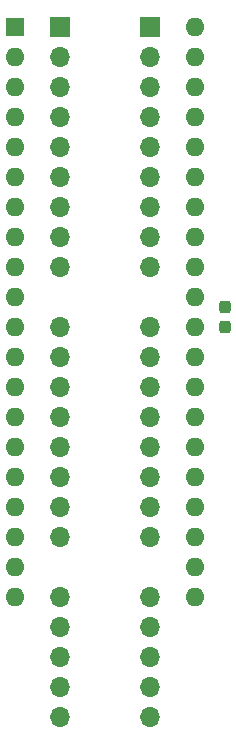
<source format=gbr>
G04 #@! TF.GenerationSoftware,KiCad,Pcbnew,8.0.8+dfsg-1*
G04 #@! TF.CreationDate,2025-06-05T15:25:51+09:00*
G04 #@! TF.ProjectId,bionic-tms32010,62696f6e-6963-42d7-946d-733332303130,2*
G04 #@! TF.SameCoordinates,Original*
G04 #@! TF.FileFunction,Soldermask,Bot*
G04 #@! TF.FilePolarity,Negative*
%FSLAX46Y46*%
G04 Gerber Fmt 4.6, Leading zero omitted, Abs format (unit mm)*
G04 Created by KiCad (PCBNEW 8.0.8+dfsg-1) date 2025-06-05 15:25:51*
%MOMM*%
%LPD*%
G01*
G04 APERTURE LIST*
G04 Aperture macros list*
%AMRoundRect*
0 Rectangle with rounded corners*
0 $1 Rounding radius*
0 $2 $3 $4 $5 $6 $7 $8 $9 X,Y pos of 4 corners*
0 Add a 4 corners polygon primitive as box body*
4,1,4,$2,$3,$4,$5,$6,$7,$8,$9,$2,$3,0*
0 Add four circle primitives for the rounded corners*
1,1,$1+$1,$2,$3*
1,1,$1+$1,$4,$5*
1,1,$1+$1,$6,$7*
1,1,$1+$1,$8,$9*
0 Add four rect primitives between the rounded corners*
20,1,$1+$1,$2,$3,$4,$5,0*
20,1,$1+$1,$4,$5,$6,$7,0*
20,1,$1+$1,$6,$7,$8,$9,0*
20,1,$1+$1,$8,$9,$2,$3,0*%
G04 Aperture macros list end*
%ADD10RoundRect,0.237500X0.237500X-0.300000X0.237500X0.300000X-0.237500X0.300000X-0.237500X-0.300000X0*%
%ADD11R,1.600000X1.600000*%
%ADD12O,1.600000X1.600000*%
%ADD13O,1.700000X1.700000*%
%ADD14R,1.700000X1.700000*%
G04 APERTURE END LIST*
D10*
X123860000Y-100480000D03*
X123860000Y-98755000D03*
D11*
X106080000Y-75080000D03*
D12*
X106080000Y-77620000D03*
X106080000Y-80160000D03*
X106080000Y-82700000D03*
X106080000Y-85240000D03*
X106080000Y-87780000D03*
X106080000Y-90320000D03*
X106080000Y-92860000D03*
X106080000Y-95400000D03*
X106080000Y-97940000D03*
X106080000Y-100480000D03*
X106080000Y-103020000D03*
X106080000Y-105560000D03*
X106080000Y-108100000D03*
X106080000Y-110640000D03*
X106080000Y-113180000D03*
X106080000Y-115720000D03*
X106080000Y-118260000D03*
X106080000Y-120800000D03*
X106080000Y-123340000D03*
X121320000Y-123340000D03*
X121320000Y-120800000D03*
X121320000Y-118260000D03*
X121320000Y-115720000D03*
X121320000Y-113180000D03*
X121320000Y-110640000D03*
X121320000Y-108100000D03*
X121320000Y-105560000D03*
X121320000Y-103020000D03*
X121320000Y-100480000D03*
X121320000Y-97940000D03*
X121320000Y-95400000D03*
X121320000Y-92860000D03*
X121320000Y-90320000D03*
X121320000Y-87780000D03*
X121320000Y-85240000D03*
X121320000Y-82700000D03*
X121320000Y-80160000D03*
X121320000Y-77620000D03*
X121320000Y-75080000D03*
D13*
X117510000Y-133500000D03*
X117510000Y-130960000D03*
X117510000Y-128420000D03*
X117510000Y-125880000D03*
X117510000Y-123340000D03*
X117510000Y-118260000D03*
X117510000Y-115720000D03*
X117510000Y-113180000D03*
X117510000Y-110640000D03*
X117510000Y-108100000D03*
X117510000Y-105560000D03*
X117510000Y-103020000D03*
X117510000Y-100480000D03*
X117510000Y-95400000D03*
X117510000Y-92860000D03*
X117510000Y-90320000D03*
X117510000Y-87780000D03*
X117510000Y-85240000D03*
X117510000Y-82700000D03*
X117510000Y-80160000D03*
X117510000Y-77620000D03*
D14*
X117510000Y-75080000D03*
X109890000Y-75080000D03*
D13*
X109890000Y-77620000D03*
X109890000Y-80160000D03*
X109890000Y-82700000D03*
X109890000Y-85240000D03*
X109890000Y-87780000D03*
X109890000Y-90320000D03*
X109890000Y-92860000D03*
X109890000Y-95400000D03*
X109890000Y-100480000D03*
X109890000Y-103020000D03*
X109890000Y-105560000D03*
X109890000Y-108100000D03*
X109890000Y-110640000D03*
X109890000Y-113180000D03*
X109890000Y-115720000D03*
X109890000Y-118260000D03*
X109890000Y-123340000D03*
X109890000Y-125880000D03*
X109890000Y-128420000D03*
X109890000Y-130960000D03*
X109890000Y-133500000D03*
M02*

</source>
